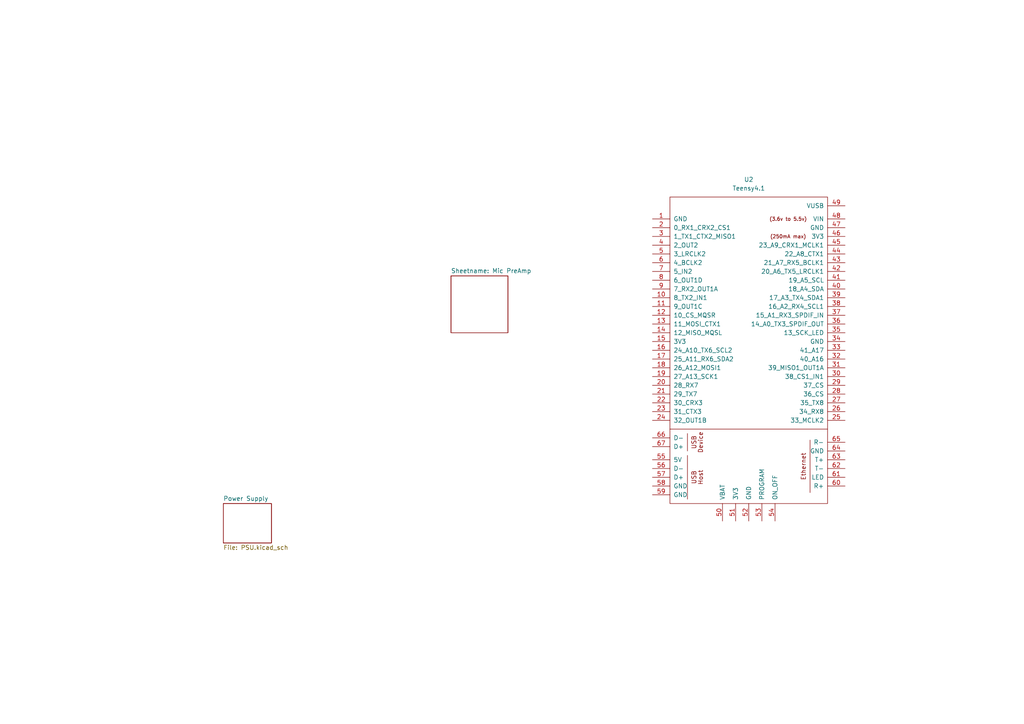
<source format=kicad_sch>
(kicad_sch (version 20231120) (generator "eeschema") (generator_version "8.0")
  (paper "A4")
  (title_block (title "Vocoder PCB") (date "2025-04-03") (rev "0.1") (company "Sounds Like Tim") (comment 1 "Tim Wannet"))
  (lib_symbols
    (symbol "Teensy:Teensy4.1" (pin_names (offset 1.016))
      (property "Reference" "U" (at 0 64.77 0))
      (property "Value" "Teensy4.1" (at 0 62.23 0))
      (symbol "Teensy4.1_0_0"
        (polyline (pts (xy -22.86 -6.35) (xy 22.86 -6.35)))
        (polyline (pts (xy -17.78 -26.67) (xy -17.78 -13.97)))
        (polyline (pts (xy -17.78 -7.62) (xy -17.78 -12.7)))
        (polyline (pts (xy 17.78 -9.525) (xy 17.78 -24.765)))
        (text "(250mA max)" (at 11.43 49.53 0) (effects (font (size 1.016 1.016))))
        (text "(3.6v to 5.5v)" (at 11.43 54.61 0) (effects (font (size 1.016 1.016))))
        (text "Device" (at -13.97 -10.16 900) (effects (font (size 1.27 1.27))))
        (text "Ethernet" (at 15.875 -17.145 900) (effects (font (size 1.27 1.27))))
        (text "Host" (at -13.97 -20.32 900) (effects (font (size 1.27 1.27))))
        (text "USB" (at -15.875 -20.32 900) (effects (font (size 1.27 1.27))))
        (text "USB" (at -15.875 -10.16 900) (effects (font (size 1.27 1.27))))
        (pin bidirectional line (at -27.94 31.75 0) (length 5.08) (name "8_TX2_IN1") (number "10"))
        (pin bidirectional line (at -27.94 29.21 0) (length 5.08) (name "9_OUT1C") (number "11"))
        (pin bidirectional line (at -27.94 26.67 0) (length 5.08) (name "10_CS_MQSR") (number "12"))
        (pin bidirectional line (at -27.94 24.13 0) (length 5.08) (name "11_MOSI_CTX1") (number "13"))
        (pin bidirectional line (at -27.94 21.59 0) (length 5.08) (name "12_MISO_MQSL") (number "14"))
        (pin power_in line (at -27.94 19.05 0) (length 5.08) (name "3V3") (number "15"))
        (pin bidirectional line (at -27.94 16.51 0) (length 5.08) (name "24_A10_TX6_SCL2") (number "16"))
        (pin bidirectional line (at -27.94 13.97 0) (length 5.08) (name "25_A11_RX6_SDA2") (number "17"))
        (pin bidirectional line (at -27.94 11.43 0) (length 5.08) (name "26_A12_MOSI1") (number "18"))
        (pin bidirectional line (at -27.94 8.89 0) (length 5.08) (name "27_A13_SCK1") (number "19"))
        (pin bidirectional line (at -27.94 6.35 0) (length 5.08) (name "28_RX7") (number "20"))
        (pin bidirectional line (at -27.94 3.81 0) (length 5.08) (name "29_TX7") (number "21"))
        (pin bidirectional line (at -27.94 1.27 0) (length 5.08) (name "30_CRX3") (number "22"))
        (pin bidirectional line (at -27.94 -1.27 0) (length 5.08) (name "31_CTX3") (number "23"))
        (pin bidirectional line (at -27.94 -3.81 0) (length 5.08) (name "32_OUT1B") (number "24"))
        (pin bidirectional line (at 27.94 -3.81 180) (length 5.08) (name "33_MCLK2") (number "25"))
        (pin bidirectional line (at 27.94 -1.27 180) (length 5.08) (name "34_RX8") (number "26"))
        (pin bidirectional line (at 27.94 1.27 180) (length 5.08) (name "35_TX8") (number "27"))
        (pin bidirectional line (at 27.94 3.81 180) (length 5.08) (name "36_CS") (number "28"))
        (pin bidirectional line (at 27.94 6.35 180) (length 5.08) (name "37_CS") (number "29"))
        (pin bidirectional line (at 27.94 8.89 180) (length 5.08) (name "38_CS1_IN1") (number "30"))
        (pin bidirectional line (at 27.94 11.43 180) (length 5.08) (name "39_MISO1_OUT1A") (number "31"))
        (pin bidirectional line (at 27.94 13.97 180) (length 5.08) (name "40_A16") (number "32"))
        (pin bidirectional line (at 27.94 16.51 180) (length 5.08) (name "41_A17") (number "33"))
        (pin bidirectional line (at 27.94 21.59 180) (length 5.08) (name "13_SCK_LED") (number "35"))
        (pin bidirectional line (at 27.94 24.13 180) (length 5.08) (name "14_A0_TX3_SPDIF_OUT") (number "36"))
        (pin bidirectional line (at 27.94 26.67 180) (length 5.08) (name "15_A1_RX3_SPDIF_IN") (number "37"))
        (pin bidirectional line (at 27.94 29.21 180) (length 5.08) (name "16_A2_RX4_SCL1") (number "38"))
        (pin bidirectional line (at 27.94 31.75 180) (length 5.08) (name "17_A3_TX4_SDA1") (number "39"))
        (pin bidirectional line (at 27.94 34.29 180) (length 5.08) (name "18_A4_SDA") (number "40"))
        (pin bidirectional line (at 27.94 36.83 180) (length 5.08) (name "19_A5_SCL") (number "41"))
        (pin bidirectional line (at 27.94 39.37 180) (length 5.08) (name "20_A6_TX5_LRCLK1") (number "42"))
        (pin bidirectional line (at 27.94 41.91 180) (length 5.08) (name "21_A7_RX5_BCLK1") (number "43"))
        (pin bidirectional line (at 27.94 44.45 180) (length 5.08) (name "22_A8_CTX1") (number "44"))
        (pin bidirectional line (at 27.94 46.99 180) (length 5.08) (name "23_A9_CRX1_MCLK1") (number "45"))
        (pin output line (at 27.94 49.53 180) (length 5.08) (name "3V3") (number "46"))
        (pin output line (at 27.94 52.07 180) (length 5.08) (name "GND") (number "47"))
        (pin power_in line (at 27.94 54.61 180) (length 5.08) (name "VIN") (number "48"))
        (pin power_out line (at 27.94 58.42 180) (length 5.08) (name "VUSB") (number "49"))
        (pin bidirectional line (at -27.94 44.45 0) (length 5.08) (name "3_LRCLK2") (number "5"))
        (pin power_in line (at -7.62 -33.02 90) (length 5.08) (name "VBAT") (number "50"))
        (pin power_in line (at -3.81 -33.02 90) (length 5.08) (name "3V3") (number "51"))
        (pin input line (at 0 -33.02 90) (length 5.08) (name "GND") (number "52"))
        (pin input line (at 3.81 -33.02 90) (length 5.08) (name "PROGRAM") (number "53"))
        (pin input line (at 7.62 -33.02 90) (length 5.08) (name "ON_OFF") (number "54"))
        (pin power_out line (at -27.94 -15.24 0) (length 5.08) (name "5V") (number "55"))
        (pin bidirectional line (at -27.94 -17.78 0) (length 5.08) (name "D-") (number "56"))
        (pin bidirectional line (at -27.94 -20.32 0) (length 5.08) (name "D+") (number "57"))
        (pin power_in line (at -27.94 -22.86 0) (length 5.08) (name "GND") (number "58"))
        (pin power_in line (at -27.94 -25.4 0) (length 5.08) (name "GND") (number "59"))
        (pin bidirectional line (at -27.94 41.91 0) (length 5.08) (name "4_BCLK2") (number "6"))
        (pin bidirectional line (at 27.94 -22.86 180) (length 5.08) (name "R+") (number "60"))
        (pin bidirectional line (at 27.94 -20.32 180) (length 5.08) (name "LED") (number "61"))
        (pin bidirectional line (at 27.94 -17.78 180) (length 5.08) (name "T-") (number "62"))
        (pin bidirectional line (at 27.94 -15.24 180) (length 5.08) (name "T+") (number "63"))
        (pin power_in line (at 27.94 -12.7 180) (length 5.08) (name "GND") (number "64"))
        (pin bidirectional line (at 27.94 -10.16 180) (length 5.08) (name "R-") (number "65"))
        (pin bidirectional line (at -27.94 -8.89 0) (length 5.08) (name "D-") (number "66"))
        (pin bidirectional line (at -27.94 -11.43 0) (length 5.08) (name "D+") (number "67"))
        (pin bidirectional line (at -27.94 39.37 0) (length 5.08) (name "5_IN2") (number "7"))
        (pin bidirectional line (at -27.94 36.83 0) (length 5.08) (name "6_OUT1D") (number "8"))
        (pin bidirectional line (at -27.94 34.29 0) (length 5.08) (name "7_RX2_OUT1A") (number "9"))
      )
      (symbol "Teensy4.1_0_1"
        (rectangle (start -22.86 60.96) (end 22.86 -27.94))
        (rectangle (start -20.32 -1.27) (end -20.32 -1.27))
      )
      (symbol "Teensy4.1_1_1"
        (pin power_in line (at -27.94 54.61 0) (length 5.08) (name "GND") (number "1"))
        (pin bidirectional line (at -27.94 52.07 0) (length 5.08) (name "0_RX1_CRX2_CS1") (number "2"))
        (pin bidirectional line (at -27.94 49.53 0) (length 5.08) (name "1_TX1_CTX2_MISO1") (number "3"))
        (pin power_in line (at 27.94 19.05 180) (length 5.08) (name "GND") (number "34"))
        (pin bidirectional line (at -27.94 46.99 0) (length 5.08) (name "2_OUT2") (number "4"))
      )
    )
  )
  (symbol (lib_id "Teensy:Teensy4.1") (at 217.17 118.11 0) (unit 1)
    (property "Reference" "U2" (at 217.17 52.07 0))
    (property "Value" "Teensy4.1" (at 217.17 54.61 0))
  )
  (sheet (at 64.77 146.05) (size 13.97 11.43) (stroke (width 0.1524))
    (property "Sheetname" "Power Supply" (at 64.77 145.3384 0) (effects (justify left bottom)))
    (property "Sheetfile" "PSU.kicad_sch" (at 64.77 158.0646 0) (effects (justify left top)))
  )
  (sheet (at 130.81 80.01) (size 16.51 16.51) (stroke (width 0.1524))
    (property "Sheetname" "Mic PreAmp" (at 130.81 79.2984 0) (show_name yes) (effects (justify left bottom)))
    (property "Sheetfile" "PreAmp.kicad_sch" (effects (hide yes)))
  )
)
</source>
